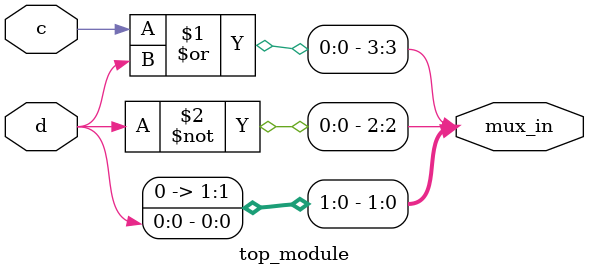
<source format=sv>
module top_module (
    input c,
    input d,
    output [3:0] mux_in
);

    // Assign values based on the provided Karnaugh map

    // ab = 00
    assign mux_in[0] = d;

    // ab = 01
    assign mux_in[1] = 0;

    // ab = 11
    assign mux_in[3] = c | d;

    // ab = 10
    assign mux_in[2] = ~d;

endmodule

</source>
